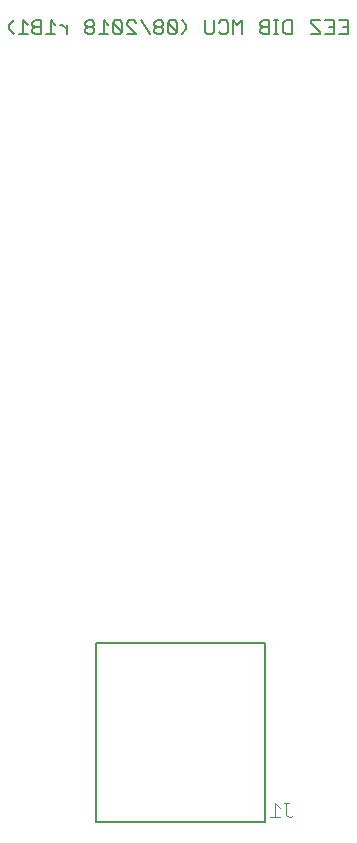
<source format=gbo>
G75*
%MOIN*%
%OFA0B0*%
%FSLAX25Y25*%
%IPPOS*%
%LPD*%
%AMOC8*
5,1,8,0,0,1.08239X$1,22.5*
%
%ADD10C,0.00500*%
%ADD11C,0.00400*%
D10*
X0240510Y0149130D02*
X0296613Y0149130D01*
X0296613Y0208972D01*
X0240510Y0208972D01*
X0240510Y0149130D01*
X0241394Y0411891D02*
X0244397Y0411891D01*
X0242896Y0411891D02*
X0242896Y0416394D01*
X0244397Y0414893D01*
X0245998Y0415644D02*
X0249001Y0412641D01*
X0248250Y0411891D01*
X0246749Y0411891D01*
X0245998Y0412641D01*
X0245998Y0415644D01*
X0246749Y0416394D01*
X0248250Y0416394D01*
X0249001Y0415644D01*
X0249001Y0412641D01*
X0250602Y0411891D02*
X0253605Y0411891D01*
X0250602Y0414893D01*
X0250602Y0415644D01*
X0251353Y0416394D01*
X0252854Y0416394D01*
X0253605Y0415644D01*
X0255206Y0416394D02*
X0258209Y0411891D01*
X0259810Y0412641D02*
X0260561Y0411891D01*
X0262062Y0411891D01*
X0262813Y0412641D01*
X0262813Y0413392D01*
X0262062Y0414142D01*
X0260561Y0414142D01*
X0259810Y0413392D01*
X0259810Y0412641D01*
X0260561Y0414142D02*
X0259810Y0414893D01*
X0259810Y0415644D01*
X0260561Y0416394D01*
X0262062Y0416394D01*
X0262813Y0415644D01*
X0262813Y0414893D01*
X0262062Y0414142D01*
X0264414Y0412641D02*
X0265165Y0411891D01*
X0266666Y0411891D01*
X0267417Y0412641D01*
X0264414Y0415644D01*
X0264414Y0412641D01*
X0267417Y0412641D02*
X0267417Y0415644D01*
X0266666Y0416394D01*
X0265165Y0416394D01*
X0264414Y0415644D01*
X0268985Y0416394D02*
X0270486Y0414893D01*
X0270486Y0413392D01*
X0268985Y0411891D01*
X0276691Y0412641D02*
X0276691Y0416394D01*
X0279694Y0416394D02*
X0279694Y0412641D01*
X0278943Y0411891D01*
X0277442Y0411891D01*
X0276691Y0412641D01*
X0281295Y0412641D02*
X0282046Y0411891D01*
X0283547Y0411891D01*
X0284298Y0412641D01*
X0284298Y0415644D01*
X0283547Y0416394D01*
X0282046Y0416394D01*
X0281295Y0415644D01*
X0285899Y0416394D02*
X0285899Y0411891D01*
X0288902Y0411891D02*
X0288902Y0416394D01*
X0287400Y0414893D01*
X0285899Y0416394D01*
X0295107Y0415644D02*
X0295107Y0414893D01*
X0295857Y0414142D01*
X0298109Y0414142D01*
X0298109Y0411891D02*
X0295857Y0411891D01*
X0295107Y0412641D01*
X0295107Y0413392D01*
X0295857Y0414142D01*
X0295107Y0415644D02*
X0295857Y0416394D01*
X0298109Y0416394D01*
X0298109Y0411891D01*
X0299677Y0411891D02*
X0301179Y0411891D01*
X0300428Y0411891D02*
X0300428Y0416394D01*
X0301179Y0416394D02*
X0299677Y0416394D01*
X0302780Y0415644D02*
X0303531Y0416394D01*
X0305783Y0416394D01*
X0305783Y0411891D01*
X0303531Y0411891D01*
X0302780Y0412641D01*
X0302780Y0415644D01*
X0311988Y0415644D02*
X0314990Y0412641D01*
X0314990Y0411891D01*
X0311988Y0411891D01*
X0311988Y0415644D02*
X0311988Y0416394D01*
X0314990Y0416394D01*
X0316592Y0416394D02*
X0319594Y0416394D01*
X0319594Y0411891D01*
X0316592Y0411891D01*
X0318093Y0414142D02*
X0319594Y0414142D01*
X0321196Y0411891D02*
X0324198Y0411891D01*
X0324198Y0416394D01*
X0321196Y0416394D01*
X0322697Y0414142D02*
X0324198Y0414142D01*
X0239793Y0413392D02*
X0239042Y0414142D01*
X0237541Y0414142D01*
X0236790Y0413392D01*
X0236790Y0412641D01*
X0237541Y0411891D01*
X0239042Y0411891D01*
X0239793Y0412641D01*
X0239793Y0413392D01*
X0239042Y0414142D02*
X0239793Y0414893D01*
X0239793Y0415644D01*
X0239042Y0416394D01*
X0237541Y0416394D01*
X0236790Y0415644D01*
X0236790Y0414893D01*
X0237541Y0414142D01*
X0230585Y0413392D02*
X0229084Y0414893D01*
X0228333Y0414893D01*
X0226749Y0414893D02*
X0225247Y0416394D01*
X0225247Y0411891D01*
X0223746Y0411891D02*
X0226749Y0411891D01*
X0230585Y0411891D02*
X0230585Y0414893D01*
X0222145Y0414142D02*
X0219893Y0414142D01*
X0219142Y0413392D01*
X0219142Y0412641D01*
X0219893Y0411891D01*
X0222145Y0411891D01*
X0222145Y0416394D01*
X0219893Y0416394D01*
X0219142Y0415644D01*
X0219142Y0414893D01*
X0219893Y0414142D01*
X0217541Y0414893D02*
X0216039Y0416394D01*
X0216039Y0411891D01*
X0214538Y0411891D02*
X0217541Y0411891D01*
X0212937Y0411891D02*
X0211436Y0413392D01*
X0211436Y0414893D01*
X0212937Y0416394D01*
D11*
X0300005Y0155454D02*
X0300005Y0150850D01*
X0301540Y0150850D02*
X0298470Y0150850D01*
X0301540Y0153919D02*
X0300005Y0155454D01*
X0303074Y0155454D02*
X0304609Y0155454D01*
X0303842Y0155454D02*
X0303842Y0151617D01*
X0304609Y0150850D01*
X0305376Y0150850D01*
X0306144Y0151617D01*
M02*

</source>
